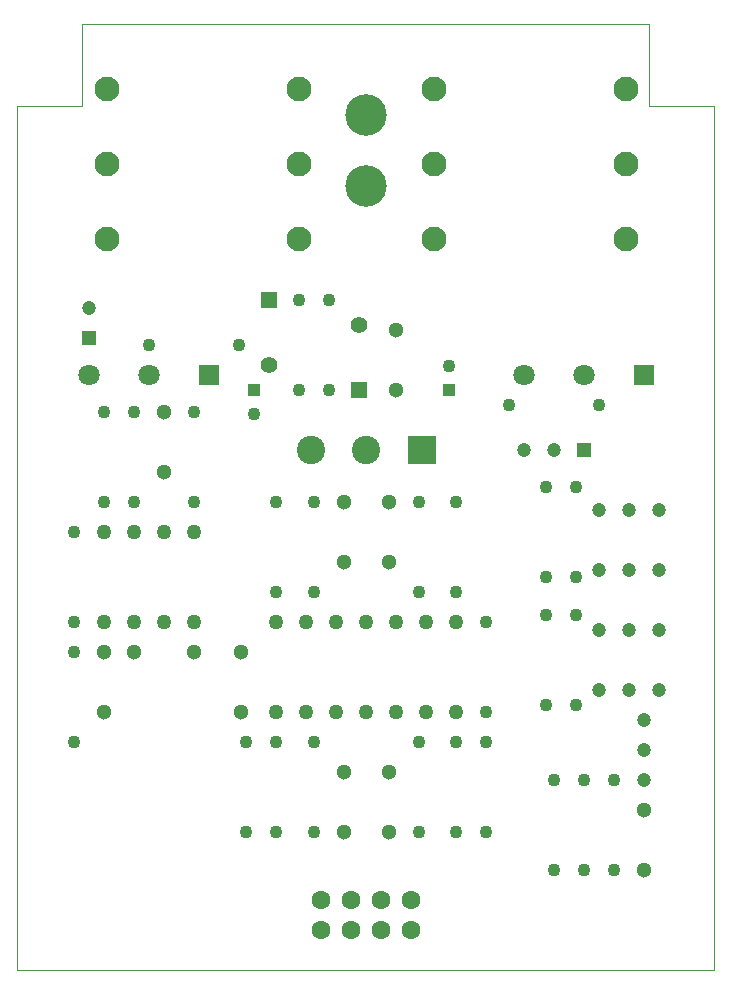
<source format=gbs>
G75*
%MOIN*%
%OFA0B0*%
%FSLAX25Y25*%
%IPPOS*%
%LPD*%
%AMOC8*
5,1,8,0,0,1.08239X$1,22.5*
%
%ADD10C,0.05118*%
%ADD11R,0.04331X0.04331*%
%ADD12C,0.04331*%
%ADD13R,0.07087X0.07087*%
%ADD14C,0.07087*%
%ADD15C,0.08268*%
%ADD16C,0.13843*%
%ADD17C,0.06299*%
%ADD18C,0.05512*%
%ADD19R,0.05512X0.05512*%
%ADD20R,0.04724X0.04724*%
%ADD21C,0.04724*%
%ADD22C,0.05000*%
%ADD23R,0.09449X0.09449*%
%ADD24C,0.09449*%
%ADD25C,0.00000*%
D10*
X0034100Y0121000D03*
X0034100Y0141000D03*
X0044100Y0141000D03*
X0064100Y0141000D03*
X0079850Y0141000D03*
X0079850Y0121000D03*
X0114100Y0101000D03*
X0114100Y0081000D03*
X0129100Y0081000D03*
X0129100Y0101000D03*
X0129100Y0171000D03*
X0129100Y0191000D03*
X0114100Y0191000D03*
X0114100Y0171000D03*
X0131600Y0228500D03*
X0131600Y0248500D03*
X0054100Y0221000D03*
X0054100Y0201000D03*
X0214100Y0088500D03*
X0214100Y0068500D03*
D11*
X0149095Y0228570D03*
X0084355Y0228430D03*
D12*
X0084352Y0220570D03*
X0099100Y0228500D03*
X0109100Y0228500D03*
X0109100Y0258500D03*
X0099100Y0258500D03*
X0079100Y0243500D03*
X0064100Y0221000D03*
X0049100Y0243500D03*
X0044100Y0221000D03*
X0034100Y0221000D03*
X0034100Y0191000D03*
X0044100Y0191000D03*
X0064100Y0191000D03*
X0091600Y0191000D03*
X0104100Y0191000D03*
X0104100Y0161000D03*
X0091600Y0161000D03*
X0091600Y0111000D03*
X0081600Y0111000D03*
X0104100Y0111000D03*
X0104100Y0081000D03*
X0091600Y0081000D03*
X0081600Y0081000D03*
X0139100Y0081000D03*
X0151600Y0081000D03*
X0161600Y0081000D03*
X0184100Y0068500D03*
X0194100Y0068500D03*
X0204100Y0068500D03*
X0204100Y0098500D03*
X0194100Y0098500D03*
X0184100Y0098500D03*
X0181600Y0123500D03*
X0191600Y0123500D03*
X0191600Y0153500D03*
X0181600Y0153500D03*
X0181600Y0166000D03*
X0191600Y0166000D03*
X0191600Y0196000D03*
X0181600Y0196000D03*
X0169100Y0223500D03*
X0149098Y0236430D03*
X0151600Y0191000D03*
X0139100Y0191000D03*
X0139100Y0161000D03*
X0151600Y0161000D03*
X0161600Y0151000D03*
X0161600Y0121000D03*
X0161600Y0111000D03*
X0151600Y0111000D03*
X0139100Y0111000D03*
X0199100Y0223500D03*
X0024100Y0181000D03*
X0024100Y0151000D03*
X0024100Y0141000D03*
X0024100Y0111000D03*
D13*
X0069100Y0233563D03*
X0214100Y0233563D03*
D14*
X0194100Y0233563D03*
X0174100Y0233563D03*
X0049100Y0233563D03*
X0029100Y0233563D03*
D15*
X0035151Y0278750D03*
X0035151Y0303750D03*
X0035151Y0328750D03*
X0099049Y0328750D03*
X0099049Y0303750D03*
X0099049Y0278750D03*
X0144151Y0278750D03*
X0144151Y0303750D03*
X0144151Y0328750D03*
X0208049Y0328750D03*
X0208049Y0303750D03*
X0208049Y0278750D03*
D16*
X0121600Y0296588D03*
X0121600Y0320210D03*
D17*
X0116600Y0058500D03*
X0116600Y0048500D03*
X0106600Y0048500D03*
X0106600Y0058500D03*
X0126600Y0058500D03*
X0126600Y0048500D03*
X0136600Y0048500D03*
X0136600Y0058500D03*
D18*
X0089100Y0236750D03*
X0119100Y0250250D03*
D19*
X0119100Y0228500D03*
X0089100Y0258500D03*
D20*
X0029100Y0245750D03*
X0194100Y0208500D03*
D21*
X0184100Y0208500D03*
X0174100Y0208500D03*
X0199100Y0188500D03*
X0209100Y0188500D03*
X0219100Y0188500D03*
X0219100Y0168500D03*
X0209100Y0168500D03*
X0199100Y0168500D03*
X0199100Y0148500D03*
X0209100Y0148500D03*
X0219100Y0148500D03*
X0219100Y0128500D03*
X0214100Y0118500D03*
X0214100Y0108500D03*
X0214100Y0098500D03*
X0209100Y0128500D03*
X0199100Y0128500D03*
X0029100Y0255750D03*
D22*
X0034100Y0181000D03*
X0044100Y0181000D03*
X0054100Y0181000D03*
X0064100Y0181000D03*
X0064100Y0151000D03*
X0054100Y0151000D03*
X0044100Y0151000D03*
X0034100Y0151000D03*
X0091600Y0151000D03*
X0101600Y0151000D03*
X0111600Y0151000D03*
X0121600Y0151000D03*
X0131600Y0151000D03*
X0141600Y0151000D03*
X0151600Y0151000D03*
X0151600Y0121000D03*
X0141600Y0121000D03*
X0131600Y0121000D03*
X0121600Y0121000D03*
X0111600Y0121000D03*
X0101600Y0121000D03*
X0091600Y0121000D03*
D23*
X0140100Y0208500D03*
D24*
X0121600Y0208500D03*
X0103100Y0208500D03*
D25*
X0005350Y0035000D02*
X0237633Y0035000D01*
X0237633Y0323031D01*
X0215980Y0323031D01*
X0215980Y0350591D01*
X0027004Y0350591D01*
X0027004Y0323031D01*
X0005350Y0323031D01*
X0005350Y0035000D01*
M02*

</source>
